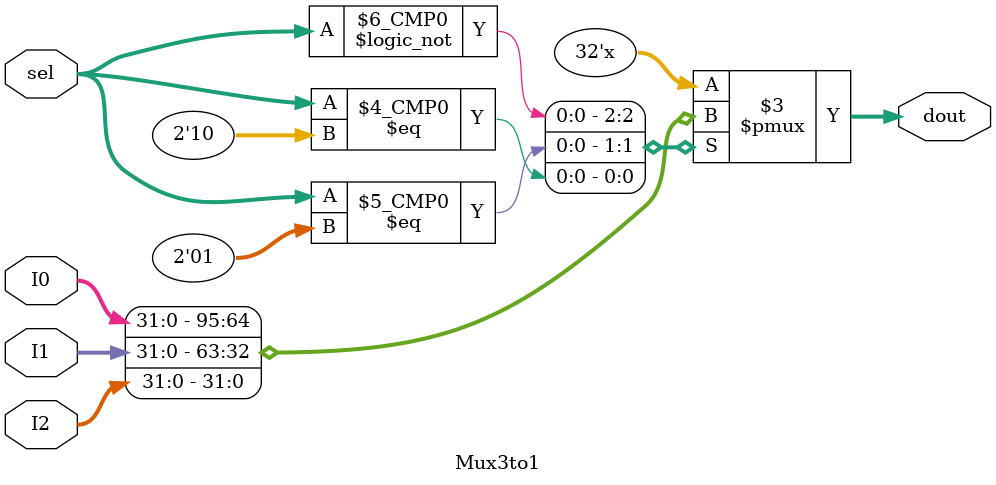
<source format=v>
`timescale 1ns / 1ps



module Mux3to1#(
    parameter WL = 32
        )(
        input [WL-1:0] I0, I1, I2,
        input [1:0] sel,
        output reg [WL-1:0] dout 
    );
    
always @* begin
    case (sel)
        0: dout = I0;
        1: dout = I1;
        2: dout = I2;
    endcase    
end    
endmodule

</source>
